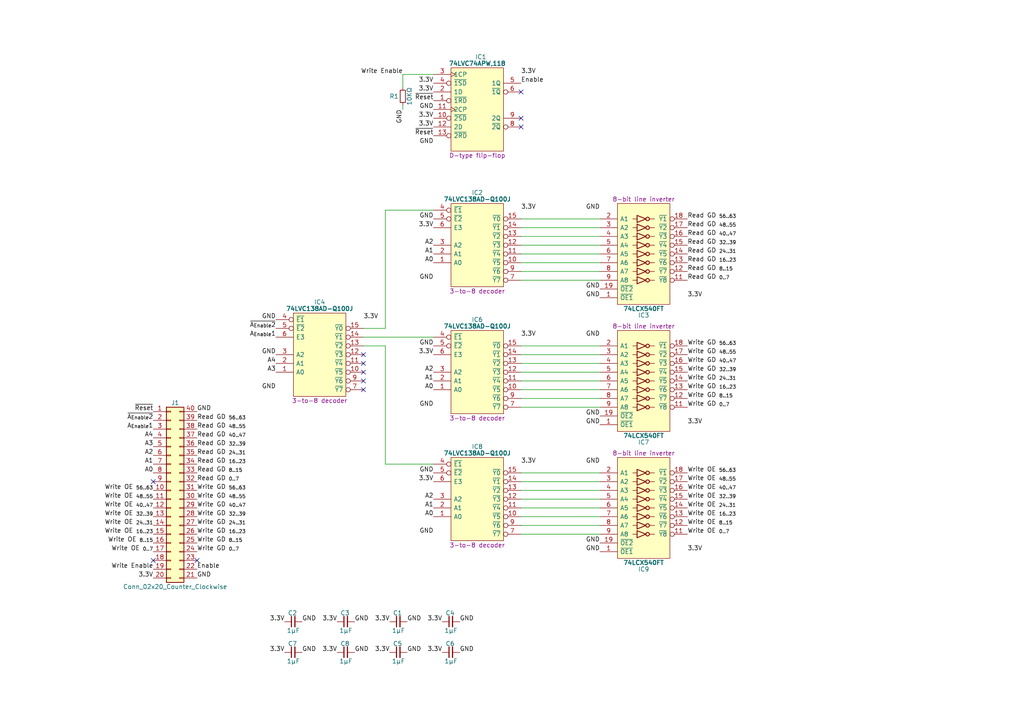
<source format=kicad_sch>
(kicad_sch (version 20231120) (generator "eeschema") (generator_version "8.0")
  (paper "A4")
  (lib_symbols
    (symbol "Connector_Generic:Conn_02x20_Counter_Clockwise" (pin_names (offset 1.016) hide)
      (property "Reference" "J" (at 1.27 25.4 0))
      (property "Value" "Conn_02x20_Counter_Clockwise" (at 1.27 -27.94 0))
      (symbol "Conn_02x20_Counter_Clockwise_1_1"
        (rectangle (start -1.27 -25.273) (end 0 -25.527) (stroke (width 0.1524)))
        (rectangle (start -1.27 -22.733) (end 0 -22.987) (stroke (width 0.1524)))
        (rectangle (start -1.27 -20.193) (end 0 -20.447) (stroke (width 0.1524)))
        (rectangle (start -1.27 -17.653) (end 0 -17.907) (stroke (width 0.1524)))
        (rectangle (start -1.27 -15.113) (end 0 -15.367) (stroke (width 0.1524)))
        (rectangle (start -1.27 -12.573) (end 0 -12.827) (stroke (width 0.1524)))
        (rectangle (start -1.27 -10.033) (end 0 -10.287) (stroke (width 0.1524)))
        (rectangle (start -1.27 -7.493) (end 0 -7.747) (stroke (width 0.1524)))
        (rectangle (start -1.27 -4.953) (end 0 -5.207) (stroke (width 0.1524)))
        (rectangle (start -1.27 -2.413) (end 0 -2.667) (stroke (width 0.1524)))
        (rectangle (start -1.27 0.127) (end 0 -0.127) (stroke (width 0.1524)))
        (rectangle (start -1.27 2.667) (end 0 2.413) (stroke (width 0.1524)))
        (rectangle (start -1.27 5.207) (end 0 4.953) (stroke (width 0.1524)))
        (rectangle (start -1.27 7.747) (end 0 7.493) (stroke (width 0.1524)))
        (rectangle (start -1.27 10.287) (end 0 10.033) (stroke (width 0.1524)))
        (rectangle (start -1.27 12.827) (end 0 12.573) (stroke (width 0.1524)))
        (rectangle (start -1.27 15.367) (end 0 15.113) (stroke (width 0.1524)))
        (rectangle (start -1.27 17.907) (end 0 17.653) (stroke (width 0.1524)))
        (rectangle (start -1.27 20.447) (end 0 20.193) (stroke (width 0.1524)))
        (rectangle (start -1.27 22.987) (end 0 22.733) (stroke (width 0.1524)))
        (rectangle (start -1.27 24.13) (end 3.81 -26.67) (stroke (width 0.254)) (fill (type background)))
        (rectangle (start 3.81 -25.273) (end 2.54 -25.527) (stroke (width 0.1524)))
        (rectangle (start 3.81 -22.733) (end 2.54 -22.987) (stroke (width 0.1524)))
        (rectangle (start 3.81 -20.193) (end 2.54 -20.447) (stroke (width 0.1524)))
        (rectangle (start 3.81 -17.653) (end 2.54 -17.907) (stroke (width 0.1524)))
        (rectangle (start 3.81 -15.113) (end 2.54 -15.367) (stroke (width 0.1524)))
        (rectangle (start 3.81 -12.573) (end 2.54 -12.827) (stroke (width 0.1524)))
        (rectangle (start 3.81 -10.033) (end 2.54 -10.287) (stroke (width 0.1524)))
        (rectangle (start 3.81 -7.493) (end 2.54 -7.747) (stroke (width 0.1524)))
        (rectangle (start 3.81 -4.953) (end 2.54 -5.207) (stroke (width 0.1524)))
        (rectangle (start 3.81 -2.413) (end 2.54 -2.667) (stroke (width 0.1524)))
        (rectangle (start 3.81 0.127) (end 2.54 -0.127) (stroke (width 0.1524)))
        (rectangle (start 3.81 2.667) (end 2.54 2.413) (stroke (width 0.1524)))
        (rectangle (start 3.81 5.207) (end 2.54 4.953) (stroke (width 0.1524)))
        (rectangle (start 3.81 7.747) (end 2.54 7.493) (stroke (width 0.1524)))
        (rectangle (start 3.81 10.287) (end 2.54 10.033) (stroke (width 0.1524)))
        (rectangle (start 3.81 12.827) (end 2.54 12.573) (stroke (width 0.1524)))
        (rectangle (start 3.81 15.367) (end 2.54 15.113) (stroke (width 0.1524)))
        (rectangle (start 3.81 17.907) (end 2.54 17.653) (stroke (width 0.1524)))
        (rectangle (start 3.81 20.447) (end 2.54 20.193) (stroke (width 0.1524)))
        (rectangle (start 3.81 22.987) (end 2.54 22.733) (stroke (width 0.1524)))
        (pin passive line (at -5.08 22.86 0) (length 3.81) (name "Pin_1") (number "1"))
        (pin passive line (at -5.08 0 0) (length 3.81) (name "Pin_10") (number "10"))
        (pin passive line (at -5.08 -2.54 0) (length 3.81) (name "Pin_11") (number "11"))
        (pin passive line (at -5.08 -5.08 0) (length 3.81) (name "Pin_12") (number "12"))
        (pin passive line (at -5.08 -7.62 0) (length 3.81) (name "Pin_13") (number "13"))
        (pin passive line (at -5.08 -10.16 0) (length 3.81) (name "Pin_14") (number "14"))
        (pin passive line (at -5.08 -12.7 0) (length 3.81) (name "Pin_15") (number "15"))
        (pin passive line (at -5.08 -15.24 0) (length 3.81) (name "Pin_16") (number "16"))
        (pin passive line (at -5.08 -17.78 0) (length 3.81) (name "Pin_17") (number "17"))
        (pin passive line (at -5.08 -20.32 0) (length 3.81) (name "Pin_18") (number "18"))
        (pin passive line (at -5.08 -22.86 0) (length 3.81) (name "Pin_19") (number "19"))
        (pin passive line (at -5.08 20.32 0) (length 3.81) (name "Pin_2") (number "2"))
        (pin passive line (at -5.08 -25.4 0) (length 3.81) (name "Pin_20") (number "20"))
        (pin passive line (at 7.62 -25.4 180) (length 3.81) (name "Pin_21") (number "21"))
        (pin passive line (at 7.62 -22.86 180) (length 3.81) (name "Pin_22") (number "22"))
        (pin passive line (at 7.62 -20.32 180) (length 3.81) (name "Pin_23") (number "23"))
        (pin passive line (at 7.62 -17.78 180) (length 3.81) (name "Pin_24") (number "24"))
        (pin passive line (at 7.62 -15.24 180) (length 3.81) (name "Pin_25") (number "25"))
        (pin passive line (at 7.62 -12.7 180) (length 3.81) (name "Pin_26") (number "26"))
        (pin passive line (at 7.62 -10.16 180) (length 3.81) (name "Pin_27") (number "27"))
        (pin passive line (at 7.62 -7.62 180) (length 3.81) (name "Pin_28") (number "28"))
        (pin passive line (at 7.62 -5.08 180) (length 3.81) (name "Pin_29") (number "29"))
        (pin passive line (at -5.08 17.78 0) (length 3.81) (name "Pin_3") (number "3"))
        (pin passive line (at 7.62 -2.54 180) (length 3.81) (name "Pin_30") (number "30"))
        (pin passive line (at 7.62 0 180) (length 3.81) (name "Pin_31") (number "31"))
        (pin passive line (at 7.62 2.54 180) (length 3.81) (name "Pin_32") (number "32"))
        (pin passive line (at 7.62 5.08 180) (length 3.81) (name "Pin_33") (number "33"))
        (pin passive line (at 7.62 7.62 180) (length 3.81) (name "Pin_34") (number "34"))
        (pin passive line (at 7.62 10.16 180) (length 3.81) (name "Pin_35") (number "35"))
        (pin passive line (at 7.62 12.7 180) (length 3.81) (name "Pin_36") (number "36"))
        (pin passive line (at 7.62 15.24 180) (length 3.81) (name "Pin_37") (number "37"))
        (pin passive line (at 7.62 17.78 180) (length 3.81) (name "Pin_38") (number "38"))
        (pin passive line (at 7.62 20.32 180) (length 3.81) (name "Pin_39") (number "39"))
        (pin passive line (at -5.08 15.24 0) (length 3.81) (name "Pin_4") (number "4"))
        (pin passive line (at 7.62 22.86 180) (length 3.81) (name "Pin_40") (number "40"))
        (pin passive line (at -5.08 12.7 0) (length 3.81) (name "Pin_5") (number "5"))
        (pin passive line (at -5.08 10.16 0) (length 3.81) (name "Pin_6") (number "6"))
        (pin passive line (at -5.08 7.62 0) (length 3.81) (name "Pin_7") (number "7"))
        (pin passive line (at -5.08 5.08 0) (length 3.81) (name "Pin_8") (number "8"))
        (pin passive line (at -5.08 2.54 0) (length 3.81) (name "Pin_9") (number "9"))
      )
    )
    (symbol "HCP65:C_0805" (pin_numbers hide) (pin_names (offset 0.254) hide)
      (property "Reference" "C" (at 2.286 2.54 0))
      (property "Value" "?μF" (at 2.54 -2.54 0))
      (symbol "C_0805_0_1"
        (polyline (pts (xy 1.9685 -1.4605) (xy 1.9685 1.5875)) (stroke (width 0.3048)))
        (polyline (pts (xy 2.9845 -1.4605) (xy 2.9845 1.5875)) (stroke (width 0.3302)))
      )
      (symbol "C_0805_1_1"
        (pin passive line (at 0 0 0) (length 2.032) (name "~") (number "1"))
        (pin passive line (at 5.08 0 180) (length 2.032) (name "~") (number "2"))
      )
    )
    (symbol "HCP65:R_0805" (pin_numbers hide) (pin_names hide)
      (property "Reference" "R" (at 2.54 1.778 0))
      (property "Value" "?Ω" (at 2.54 -1.905 0))
      (symbol "R_0805_0_1"
        (rectangle (start 0.762 0.762) (end 4.318 -0.762) (stroke (width 0.2032)))
      )
      (symbol "R_0805_1_1"
        (pin passive line (at 0 0 0) (length 0.72) (name "~") (number "1"))
        (pin passive line (at 5.08 0 180) (length 0.72) (name "~") (number "2"))
      )
    )
    (symbol "Nexperia:74LVC138AD-Q100J" (pin_names (offset 0.762))
      (property "Reference" "IC" (at 12.7 5.08 0))
      (property "Value" "74LVC138AD-Q100J" (at 12.7 3.175 0))
      (property "Description" "3-to-8 decoder" (at 12.7 -23.495 0))
      (symbol "74LVC138AD-Q100J_0_0"
        (pin input line (at 0 -15.24 0) (length 5.08) (name "A0") (number "1"))
        (pin output inverted (at 25.4 -15.24 180) (length 5.08) (name "~{Y5}") (number "10"))
        (pin output inverted (at 25.4 -12.7 180) (length 5.08) (name "~{Y4}") (number "11"))
        (pin output inverted (at 25.4 -10.16 180) (length 5.08) (name "~{Y3}") (number "12"))
        (pin output inverted (at 25.4 -7.62 180) (length 5.08) (name "~{Y2}") (number "13"))
        (pin output inverted (at 25.4 -5.08 180) (length 5.08) (name "~{Y1}") (number "14"))
        (pin output inverted (at 25.4 -2.54 180) (length 5.08) (name "~{Y0}") (number "15"))
        (pin passive line (at 25.4 0 180) (length 5.08) hide (name "3V") (number "16"))
        (pin input line (at 0 -12.7 0) (length 5.08) (name "A1") (number "2"))
        (pin input line (at 0 -10.16 0) (length 5.08) (name "A2") (number "3"))
        (pin input inverted (at 0 0 0) (length 5.08) (name "~{E1}") (number "4"))
        (pin input inverted (at 0 -2.54 0) (length 5.08) (name "~{E2}") (number "5"))
        (pin input line (at 0 -5.08 0) (length 5.08) (name "E3") (number "6"))
        (pin output inverted (at 25.4 -20.32 180) (length 5.08) (name "~{Y7}") (number "7"))
        (pin passive line (at 0 -20.32 0) (length 5.08) hide (name "GND") (number "8"))
        (pin output inverted (at 25.4 -17.78 180) (length 5.08) (name "~{Y6}") (number "9"))
      )
      (symbol "74LVC138AD-Q100J_0_1"
        (polyline (pts (xy 5.08 1.905) (xy 20.32 1.905) (xy 20.32 -22.225) (xy 5.08 -22.225) (xy 5.08 1.905)) (stroke (width 0.1524)) (fill (type background)))
      )
    )
    (symbol "Nexperia:74LVC74APW,118" (pin_names (offset 0.762))
      (property "Reference" "IC" (at 12.065 5.08 0))
      (property "Value" "74LVC74APW,118" (at 12.7 3.175 0))
      (property "Description" "D-type flip-flop" (at 12.7 -23.495 0))
      (symbol "74LVC74APW,118_0_0"
        (pin input inverted (at 0 -7.62 0) (length 5.08) (name "~{1RD}") (number "1"))
        (pin input inverted (at 0 -12.7 0) (length 5.08) (name "~{2SD}") (number "10"))
        (pin input clock (at 0 -10.16 0) (length 5.08) (name "2CP") (number "11"))
        (pin input line (at 0 -15.24 0) (length 5.08) (name "2D") (number "12"))
        (pin input inverted (at 0 -17.78 0) (length 5.08) (name "~{2RD}") (number "13"))
        (pin passive line (at 25.4 0 180) (length 5.08) hide (name "3V") (number "14"))
        (pin input line (at 0 -5.08 0) (length 5.08) (name "1D") (number "2"))
        (pin input clock (at 0 0 0) (length 5.08) (name "1CP") (number "3"))
        (pin input inverted (at 0 -2.54 0) (length 5.08) (name "~{1SD}") (number "4"))
        (pin output line (at 25.4 -2.54 180) (length 5.08) (name "1Q") (number "5"))
        (pin output inverted (at 25.4 -5.08 180) (length 5.08) (name "~{1Q}") (number "6"))
        (pin passive line (at 0 -20.32 0) (length 5.08) hide (name "GND") (number "7"))
        (pin output inverted (at 25.4 -15.24 180) (length 5.08) (name "~{2Q}") (number "8"))
        (pin output line (at 25.4 -12.7 180) (length 5.08) (name "2Q") (number "9"))
      )
      (symbol "74LVC74APW,118_0_1"
        (polyline (pts (xy 5.08 1.905) (xy 20.32 1.905) (xy 20.32 -22.225) (xy 5.08 -22.225) (xy 5.08 1.905)) (stroke (width 0.1524)) (fill (type background)))
      )
    )
    (symbol "Toshiba:74LCX540FT" (pin_names (offset 0.762))
      (property "Reference" "IC" (at 12.7 5.08 0))
      (property "Value" "74LCX540FT" (at 12.7 3.175 0))
      (property "Description" "8-bit line inverter" (at 12.7 -28.575 0))
      (symbol "74LCX540FT_0_0"
        (pin input line (at 0 0 0) (length 5.08) (name "~{OE1}") (number "1"))
        (pin passive line (at 0 -25.4 0) (length 5.08) hide (name "GND") (number "10"))
        (pin output inverted (at 25.4 -5.08 180) (length 5.08) (name "~{Y8}") (number "11"))
        (pin output inverted (at 25.4 -7.62 180) (length 5.08) (name "~{Y7}") (number "12"))
        (pin output inverted (at 25.4 -10.16 180) (length 5.08) (name "~{Y6}") (number "13"))
        (pin output inverted (at 25.4 -12.7 180) (length 5.08) (name "~{Y5}") (number "14"))
        (pin output inverted (at 25.4 -15.24 180) (length 5.08) (name "~{Y4}") (number "15"))
        (pin output inverted (at 25.4 -17.78 180) (length 5.08) (name "~{Y3}") (number "16"))
        (pin output inverted (at 25.4 -20.32 180) (length 5.08) (name "~{Y2}") (number "17"))
        (pin output inverted (at 25.4 -22.86 180) (length 5.08) (name "~{Y1}") (number "18"))
        (pin input line (at 0 -2.54 0) (length 5.08) (name "~{OE2}") (number "19"))
        (pin input line (at 0 -22.86 0) (length 5.08) (name "A1") (number "2"))
        (pin passive line (at 25.4 0 180) (length 5.08) hide (name "3V") (number "20"))
        (pin input line (at 0 -20.32 0) (length 5.08) (name "A2") (number "3"))
        (pin input line (at 0 -17.78 0) (length 5.08) (name "A3") (number "4"))
        (pin input line (at 0 -15.24 0) (length 5.08) (name "A4") (number "5"))
        (pin input line (at 0 -12.7 0) (length 5.08) (name "A5") (number "6"))
        (pin input line (at 0 -10.16 0) (length 5.08) (name "A6") (number "7"))
        (pin input line (at 0 -7.62 0) (length 5.08) (name "A7") (number "8"))
        (pin input line (at 0 -5.08 0) (length 5.08) (name "A8") (number "9"))
      )
      (symbol "74LCX540FT_0_1"
        (polyline (pts (xy 9.525 -22.86) (xy 10.7949 -22.86)))
        (polyline (pts (xy 9.525 -20.32) (xy 10.7949 -20.32)))
        (polyline (pts (xy 9.525 -17.78) (xy 10.7949 -17.78)))
        (polyline (pts (xy 9.525 -15.24) (xy 10.7949 -15.24)))
        (polyline (pts (xy 9.525 -12.7) (xy 10.7949 -12.7)))
        (polyline (pts (xy 9.525 -10.16) (xy 10.7949 -10.16)))
        (polyline (pts (xy 9.525 -7.62) (xy 10.7949 -7.62)))
        (polyline (pts (xy 9.525 -5.08) (xy 10.7949 -5.08)))
        (polyline (pts (xy 14.351 -22.86) (xy 15.875 -22.86)))
        (polyline (pts (xy 14.351 -20.32) (xy 15.875 -20.32)))
        (polyline (pts (xy 14.351 -17.78) (xy 15.875 -17.78)))
        (polyline (pts (xy 14.351 -15.24) (xy 15.875 -15.24)))
        (polyline (pts (xy 14.351 -12.7) (xy 15.875 -12.7)))
        (polyline (pts (xy 14.351 -10.16) (xy 15.875 -10.16)))
        (polyline (pts (xy 14.351 -7.62) (xy 15.875 -7.62)))
        (polyline (pts (xy 14.351 -5.08) (xy 15.875 -5.08)))
        (polyline (pts (xy 10.795 -23.876) (xy 13.335 -22.86) (xy 10.795 -21.844)) (stroke (width 0.254)))
        (polyline (pts (xy 10.795 -21.336) (xy 13.335 -20.32) (xy 10.795 -19.304)) (stroke (width 0.254)))
        (polyline (pts (xy 10.795 -18.796) (xy 13.335 -17.78) (xy 10.795 -16.764)) (stroke (width 0.254)))
        (polyline (pts (xy 10.795 -16.256) (xy 13.335 -15.24) (xy 10.795 -14.224)) (stroke (width 0.254)))
        (polyline (pts (xy 10.795 -13.716) (xy 13.335 -12.7) (xy 10.795 -11.684)) (stroke (width 0.254)))
        (polyline (pts (xy 10.795 -11.176) (xy 13.335 -10.16) (xy 10.795 -9.144)) (stroke (width 0.254)))
        (polyline (pts (xy 10.795 -8.636) (xy 13.335 -7.62) (xy 10.795 -6.604)) (stroke (width 0.254)))
        (polyline (pts (xy 10.795 -6.096) (xy 13.335 -5.08) (xy 10.795 -4.064)) (stroke (width 0.254)))
        (polyline (pts (xy 5.08 1.905) (xy 20.32 1.905) (xy 20.32 -27.305) (xy 5.08 -27.305) (xy 5.08 1.905)) (stroke (width 0.1524)) (fill (type background)))
        (rectangle (start 10.795 -21.844) (end 10.795 -23.876) (stroke (width 0.254)) (fill (type background)))
        (rectangle (start 10.795 -19.304) (end 10.795 -21.336) (stroke (width 0.254)) (fill (type background)))
        (rectangle (start 10.795 -16.764) (end 10.795 -18.796) (stroke (width 0.254)) (fill (type background)))
        (rectangle (start 10.795 -14.224) (end 10.795 -16.256) (stroke (width 0.254)) (fill (type background)))
        (rectangle (start 10.795 -11.684) (end 10.795 -13.716) (stroke (width 0.254)) (fill (type background)))
        (rectangle (start 10.795 -9.144) (end 10.795 -11.176) (stroke (width 0.254)) (fill (type background)))
        (rectangle (start 10.795 -6.604) (end 10.795 -8.636) (stroke (width 0.254)) (fill (type background)))
        (rectangle (start 10.795 -4.064) (end 10.795 -6.096) (stroke (width 0.254)) (fill (type background)))
        (circle (center 13.843 -22.86) (radius 0.508) (stroke (width 0.254)))
        (circle (center 13.843 -20.32) (radius 0.508) (stroke (width 0.254)))
        (circle (center 13.843 -17.78) (radius 0.508) (stroke (width 0.254)))
        (circle (center 13.843 -15.24) (radius 0.508) (stroke (width 0.254)))
        (circle (center 13.843 -12.7) (radius 0.508) (stroke (width 0.254)))
        (circle (center 13.843 -10.16) (radius 0.508) (stroke (width 0.254)))
        (circle (center 13.843 -7.62) (radius 0.508) (stroke (width 0.254)))
        (circle (center 13.843 -5.08) (radius 0.508) (stroke (width 0.254)))
      )
    )
  )
  (no_connect (at 151.13 26.67))
  (no_connect (at 105.41 105.41))
  (no_connect (at 105.41 107.95))
  (no_connect (at 105.41 102.87))
  (no_connect (at 44.45 139.7))
  (no_connect (at 57.15 162.56))
  (no_connect (at 151.13 34.29))
  (no_connect (at 44.45 162.56))
  (no_connect (at 105.41 113.03))
  (no_connect (at 151.13 36.83))
  (no_connect (at 105.41 110.49))
  (wire (pts (xy 151.13 68.58) (xy 173.99 68.58)))
  (wire (pts (xy 111.76 60.96) (xy 111.76 95.25)))
  (wire (pts (xy 151.13 81.28) (xy 173.99 81.28)))
  (wire (pts (xy 151.13 147.32) (xy 173.99 147.32)))
  (wire (pts (xy 151.13 105.41) (xy 173.99 105.41)))
  (wire (pts (xy 151.13 139.7) (xy 173.99 139.7)))
  (wire (pts (xy 151.13 115.57) (xy 173.99 115.57)))
  (wire (pts (xy 105.41 97.79) (xy 125.73 97.79)))
  (wire (pts (xy 151.13 66.04) (xy 173.99 66.04)))
  (wire (pts (xy 116.84 21.59) (xy 125.73 21.59)))
  (wire (pts (xy 151.13 137.16) (xy 173.99 137.16)))
  (wire (pts (xy 116.84 31.75) (xy 116.84 30.48)))
  (wire (pts (xy 151.13 149.86) (xy 173.99 149.86)))
  (wire (pts (xy 125.73 60.96) (xy 111.76 60.96)))
  (wire (pts (xy 125.73 134.62) (xy 111.76 134.62)))
  (wire (pts (xy 151.13 118.11) (xy 173.99 118.11)))
  (wire (pts (xy 151.13 144.78) (xy 173.99 144.78)))
  (wire (pts (xy 151.13 100.33) (xy 173.99 100.33)))
  (wire (pts (xy 151.13 76.2) (xy 173.99 76.2)))
  (wire (pts (xy 151.13 107.95) (xy 173.99 107.95)))
  (wire (pts (xy 111.76 134.62) (xy 111.76 100.33)))
  (wire (pts (xy 151.13 142.24) (xy 173.99 142.24)))
  (wire (pts (xy 151.13 78.74) (xy 173.99 78.74)))
  (wire (pts (xy 151.13 71.12) (xy 173.99 71.12)))
  (wire (pts (xy 151.13 102.87) (xy 173.99 102.87)))
  (wire (pts (xy 151.13 73.66) (xy 173.99 73.66)))
  (wire (pts (xy 151.13 63.5) (xy 173.99 63.5)))
  (wire (pts (xy 111.76 100.33) (xy 105.41 100.33)))
  (wire (pts (xy 111.76 95.25) (xy 105.41 95.25)))
  (wire (pts (xy 151.13 152.4) (xy 173.99 152.4)))
  (wire (pts (xy 151.13 110.49) (xy 173.99 110.49)))
  (wire (pts (xy 151.13 113.03) (xy 173.99 113.03)))
  (wire (pts (xy 151.13 154.94) (xy 173.99 154.94)))
  (wire (pts (xy 116.84 21.59) (xy 116.84 25.4)))
  (label "Write GD _{16..23}" (at 57.15 154.94 0))
  (label "3.3V" (at 151.13 60.96 0))
  (label "3.3V" (at 125.73 26.67 180))
  (label "Write OE _{0..7}" (at 199.39 154.94 0))
  (label "GND" (at 102.87 180.34 0))
  (label "GND" (at 133.35 180.34 0))
  (label "GND" (at 116.84 31.75 270))
  (label "Read GD _{16..23}" (at 57.15 134.62 0))
  (label "GND" (at 118.11 180.34 0))
  (label "3.3V" (at 97.79 189.23 180))
  (label "Write GD _{0..7}" (at 57.15 160.02 0))
  (label "~{A_{Enable}2}" (at 80.01 95.25 180))
  (label "A_{Enable}1" (at 80.01 97.79 180))
  (label "3.3V" (at 125.73 24.13 180))
  (label "Write OE _{0..7}" (at 44.45 160.02 180))
  (label "A1" (at 125.73 147.32 180))
  (label "~{Reset}" (at 125.73 29.21 180))
  (label "Write OE _{32..39}" (at 199.39 144.78 0))
  (label "GND" (at 80.01 102.87 180))
  (label "3.3V" (at 199.39 160.02 0))
  (label "3.3V" (at 105.41 92.71 0))
  (label "3.3V" (at 151.13 21.59 0))
  (label "Write OE _{56..63}" (at 44.45 142.24 180))
  (label "GND" (at 173.99 120.65 180))
  (label "3.3V" (at 44.45 167.64 180))
  (label "Write Enable" (at 44.45 165.1 180))
  (label "A1" (at 125.73 110.49 180))
  (label "Write GD _{16..23}" (at 199.39 113.03 0))
  (label "Read GD _{24..31}" (at 57.15 132.08 0))
  (label "3.3V" (at 199.39 86.36 0))
  (label "GND" (at 125.73 63.5 180))
  (label "A1" (at 125.73 73.66 180))
  (label "~{Reset}" (at 125.73 39.37 180))
  (label "GND" (at 173.99 83.82 180))
  (label "Read GD _{40..47}" (at 199.39 68.58 0))
  (label "GND" (at 57.15 167.64 0))
  (label "3.3V" (at 128.27 180.34 180))
  (label "3.3V" (at 125.73 102.87 180))
  (label "3.3V" (at 113.03 180.34 180))
  (label "3.3V" (at 128.27 189.23 180))
  (label "Write OE _{48..55}" (at 44.45 144.78 180))
  (label "Enable" (at 151.13 24.13 0))
  (label "Write GD _{40..47}" (at 57.15 147.32 0))
  (label "GND" (at 125.73 100.33 180))
  (label "GND" (at 102.87 189.23 0))
  (label "GND" (at 125.73 137.16 180))
  (label "Write GD _{32..39}" (at 57.15 149.86 0))
  (label "Write OE _{32..39}" (at 44.45 149.86 180))
  (label "Write OE _{16..23}" (at 44.45 154.94 180))
  (label "Read GD _{24..31}" (at 199.39 73.66 0))
  (label "GND" (at 173.99 160.02 180))
  (label "Enable" (at 57.15 165.1 0))
  (label "Read GD _{32..39}" (at 57.15 129.54 0))
  (label "Write GD _{24..31}" (at 57.15 152.4 0))
  (label "GND" (at 80.01 113.03 180))
  (label "GND" (at 133.35 189.23 0))
  (label "Write GD _{40..47}" (at 199.39 105.41 0))
  (label "Write GD _{56..63}" (at 57.15 142.24 0))
  (label "Write GD _{24..31}" (at 199.39 110.49 0))
  (label "A_{Enable}1" (at 44.45 124.46 180))
  (label "Read GD _{16..23}" (at 199.39 76.2 0))
  (label "Write GD _{0..7}" (at 199.39 118.11 0))
  (label "Read GD _{56..63}" (at 57.15 121.92 0))
  (label "3.3V" (at 82.55 180.34 180))
  (label "GND" (at 173.99 123.19 180))
  (label "Write Enable" (at 116.84 21.59 180))
  (label "~{Reset}" (at 44.45 119.38 180))
  (label "Write GD _{56..63}" (at 199.39 100.33 0))
  (label "A0" (at 125.73 76.2 180))
  (label "GND" (at 173.99 60.96 180))
  (label "Write GD _{48..55}" (at 57.15 144.78 0))
  (label "3.3V" (at 113.03 189.23 180))
  (label "Write GD _{32..39}" (at 199.39 107.95 0))
  (label "GND" (at 87.63 180.34 0))
  (label "Read GD _{56..63}" (at 199.39 63.5 0))
  (label "A4" (at 44.45 127 180))
  (label "A4" (at 80.01 105.41 180))
  (label "Write OE _{8..15}" (at 44.45 157.48 180))
  (label "Read GD _{8..15}" (at 199.39 78.74 0))
  (label "3.3V" (at 125.73 34.29 180))
  (label "3.3V" (at 125.73 36.83 180))
  (label "Write OE _{8..15}" (at 199.39 152.4 0))
  (label "GND" (at 125.73 41.91 180))
  (label "A3" (at 80.01 107.95 180))
  (label "3.3V" (at 199.39 123.19 0))
  (label "Read GD _{0..7}" (at 57.15 139.7 0))
  (label "Write OE _{16..23}" (at 199.39 149.86 0))
  (label "Write GD _{48..55}" (at 199.39 102.87 0))
  (label "Read GD _{48..55}" (at 199.39 66.04 0))
  (label "GND" (at 173.99 86.36 180))
  (label "A1" (at 44.45 134.62 180))
  (label "GND" (at 125.73 31.75 180))
  (label "Write OE _{40..47}" (at 199.39 142.24 0))
  (label "GND" (at 173.99 134.62 180))
  (label "Write OE _{56..63}" (at 199.39 137.16 0))
  (label "Read GD _{8..15}" (at 57.15 137.16 0))
  (label "A0" (at 125.73 149.86 180))
  (label "A0" (at 125.73 113.03 180))
  (label "3.3V" (at 97.79 180.34 180))
  (label "Read GD _{40..47}" (at 57.15 127 0))
  (label "3.3V" (at 82.55 189.23 180))
  (label "A3" (at 44.45 129.54 180))
  (label "~{A_{Enable}2}" (at 44.45 121.92 180))
  (label "Write OE _{40..47}" (at 44.45 147.32 180))
  (label "GND" (at 80.01 92.71 180))
  (label "GND" (at 87.63 189.23 0))
  (label "3.3V" (at 125.73 66.04 180))
  (label "A0" (at 44.45 137.16 180))
  (label "GND" (at 118.11 189.23 0))
  (label "A2" (at 125.73 107.95 180))
  (label "A2" (at 125.73 71.12 180))
  (label "GND" (at 125.73 81.28 180))
  (label "Write OE _{24..31}" (at 199.39 147.32 0))
  (label "Read GD _{48..55}" (at 57.15 124.46 0))
  (label "A2" (at 125.73 144.78 180))
  (label "3.3V" (at 151.13 97.79 0))
  (label "A2" (at 44.45 132.08 180))
  (label "Write OE _{48..55}" (at 199.39 139.7 0))
  (label "Read GD _{0..7}" (at 199.39 81.28 0))
  (label "Read GD _{32..39}" (at 199.39 71.12 0))
  (label "GND" (at 57.15 119.38 0))
  (label "GND" (at 125.73 118.11 180))
  (label "3.3V" (at 125.73 139.7 180))
  (label "GND" (at 173.99 157.48 180))
  (label "GND" (at 125.73 154.94 180))
  (label "Write GD _{8..15}" (at 57.15 157.48 0))
  (label "GND" (at 173.99 97.79 180))
  (label "Write GD _{8..15}" (at 199.39 115.57 0))
  (label "3.3V" (at 151.13 134.62 0))
  (label "Write OE _{24..31}" (at 44.45 152.4 180))
  (symbol (lib_id "Nexperia:74LVC138AD-Q100J") (at 125.73 134.62 0) (unit 1)
    (property "Reference" "IC8" (at 138.43 129.54 0))
    (property "Value" "74LVC138AD-Q100J" (at 138.43 131.445 0) (effects (font (bold yes))))
    (property "Footprint" "SamacSys_Parts:SOIC127P600X175-16N" (effects (hide yes)))
    (property "Datasheet" "https://assets.nexperia.com/documents/data-sheet/74LVC138A_Q100.pdf" (effects (hide yes)))
    (property "Description" "3-to-8 decoder" (at 138.43 158.115 0))
    (property "Height" "1.75" (effects (hide yes)))
    (property "Mouser Part Number" "771-74LVC138ADQ100J" (effects (hide yes)))
    (property "Mouser Price/Stock" "https://www.mouser.co.uk/ProductDetail/Nexperia/74LVC138AD-Q100J?qs=fi7yB2oewZlqIVf8HNGjZw%3D%3D" (effects (hide yes)))
    (property "Manufacturer_Name" "Nexperia" (effects (hide yes)))
    (property "Manufacturer_Part_Number" "74LVC138AD-Q100J" (effects (hide yes)))
    (property "Silkscreen" "74LVC138" (effects (hide yes)))
  )
  (symbol (lib_id "Nexperia:74LVC74APW,118") (at 125.73 21.59 0) (unit 1)
    (property "Reference" "IC1" (at 137.795 16.51 0) (effects (justify left)))
    (property "Value" "74LVC74APW,118" (at 138.43 18.415 0) (effects (font (bold yes))))
    (property "Footprint" "SamacSys_Parts:SOP65P640X110-14N" (effects (hide yes)))
    (property "Datasheet" "https://assets.nexperia.com/documents/data-sheet/74LVC74A.pdf" (effects (hide yes)))
    (property "Description" "D-type flip-flop" (at 138.43 45.085 0))
    (property "Height" "1.1" (effects (hide yes)))
    (property "Mouser Part Number" "771-74LVC74APW-T" (effects (hide yes)))
    (property "Mouser Price/Stock" "https://www.mouser.co.uk/ProductDetail/Nexperia/74LVC74APW118?qs=me8TqzrmIYVtXwVfet0lzw%3D%3D" (effects (hide yes)))
    (property "Manufacturer_Name" "Nexperia" (effects (hide yes)))
    (property "Manufacturer_Part_Number" "74LVC74APW,118" (effects (hide yes)))
    (property "Silkscreen" "74LVC74" (effects (hide yes)))
    (property "Garbage" "74LVC74A - Dual D-type flip-flop with set and reset; positive-edge trigger@en-us" (effects (hide yes)))
  )
  (symbol (lib_id "Toshiba:74LCX540FT") (at 173.99 123.19 0) (mirror x) (unit 1)
    (property "Reference" "IC7" (at 186.69 128.27 0))
    (property "Value" "74LCX540FT" (at 186.69 126.365 0) (effects (font (bold yes))))
    (property "Footprint" "SamacSys_Parts:SOP65P640X120-20N" (effects (hide yes)))
    (property "Datasheet" "https://www.mouser.co.za/datasheet/2/408/74LCX540FT_datasheet_en_20140624-2936694.pdf" (effects (hide yes)))
    (property "Description" "8-bit line inverter" (at 186.69 94.615 0))
    (property "Height" "1.2" (effects (hide yes)))
    (property "Manufacturer_Name" "Toshiba" (effects (hide yes)))
    (property "Manufacturer_Part_Number" "74LCX540FT" (effects (hide yes)))
    (property "Mouser Part Number" "757-74LCX540FT" (effects (hide yes)))
    (property "Mouser Price/Stock" "https://www.mouser.co.uk/ProductDetail/Toshiba/74LCX540FT?qs=j%252B1pi9TdxUZ5WRQP9dEtMg%3D%3D" (effects (hide yes)))
    (property "Arrow Part Number" "74LCX540FT" (effects (hide yes)))
    (property "Arrow Price/Stock" "https://www.arrow.com/en/products/74lcx540ft/toshiba" (effects (hide yes)))
    (property "Silkscreen" "74LCX540" (effects (hide yes)))
    (property "Garbage" "Buffers & Line Drivers LCX TSSOP 20 CMOS LOGIC" (effects (hide yes)))
  )
  (symbol (lib_id "HCP65:C_0805") (at 128.27 180.34 0) (unit 1)
    (property "Reference" "C4" (at 130.556 177.8 0))
    (property "Value" "1μF" (at 130.81 182.88 0))
    (property "Footprint" "SamacSys_Parts:C_0805" (effects (hide yes)))
  )
  (symbol (lib_id "Nexperia:74LVC138AD-Q100J") (at 125.73 97.79 0) (unit 1)
    (property "Reference" "IC6" (at 138.43 92.71 0))
    (property "Value" "74LVC138AD-Q100J" (at 138.43 94.615 0) (effects (font (bold yes))))
    (property "Footprint" "SamacSys_Parts:SOIC127P600X175-16N" (effects (hide yes)))
    (property "Datasheet" "https://assets.nexperia.com/documents/data-sheet/74LVC138A_Q100.pdf" (effects (hide yes)))
    (property "Description" "3-to-8 decoder" (at 138.43 121.285 0))
    (property "Height" "1.75" (effects (hide yes)))
    (property "Mouser Part Number" "771-74LVC138ADQ100J" (effects (hide yes)))
    (property "Mouser Price/Stock" "https://www.mouser.co.uk/ProductDetail/Nexperia/74LVC138AD-Q100J?qs=fi7yB2oewZlqIVf8HNGjZw%3D%3D" (effects (hide yes)))
    (property "Manufacturer_Name" "Nexperia" (effects (hide yes)))
    (property "Manufacturer_Part_Number" "74LVC138AD-Q100J" (effects (hide yes)))
    (property "Silkscreen" "74LVC138" (effects (hide yes)))
  )
  (symbol (lib_id "HCP65:C_0805") (at 113.03 189.23 0) (unit 1)
    (property "Reference" "C5" (at 115.316 186.69 0))
    (property "Value" "1μF" (at 115.57 191.77 0))
    (property "Footprint" "SamacSys_Parts:C_0805" (effects (hide yes)))
  )
  (symbol (lib_id "HCP65:C_0805") (at 97.79 180.34 0) (unit 1)
    (property "Reference" "C3" (at 100.076 177.8 0))
    (property "Value" "1μF" (at 100.33 182.88 0))
    (property "Footprint" "SamacSys_Parts:C_0805" (effects (hide yes)))
  )
  (symbol (lib_id "HCP65:C_0805") (at 128.27 189.23 0) (unit 1)
    (property "Reference" "C6" (at 130.556 186.69 0))
    (property "Value" "1μF" (at 130.81 191.77 0))
    (property "Footprint" "SamacSys_Parts:C_0805" (effects (hide yes)))
  )
  (symbol (lib_id "HCP65:R_0805") (at 116.84 30.48 90) (unit 1)
    (property "Reference" "R1" (at 114.3 27.94 90))
    (property "Value" "10KΩ" (at 118.745 27.94 0))
    (property "Footprint" "SamacSys_Parts:R_0805" (effects (hide yes)))
  )
  (symbol (lib_id "HCP65:C_0805") (at 82.55 180.34 0) (unit 1)
    (property "Reference" "C2" (at 84.836 177.8 0))
    (property "Value" "1μF" (at 85.09 182.88 0))
    (property "Footprint" "SamacSys_Parts:C_0805" (effects (hide yes)))
  )
  (symbol (lib_id "Nexperia:74LVC138AD-Q100J") (at 80.01 92.71 0) (unit 1)
    (property "Reference" "IC4" (at 92.71 87.63 0))
    (property "Value" "74LVC138AD-Q100J" (at 92.71 89.535 0) (effects (font (bold yes))))
    (property "Footprint" "SamacSys_Parts:SOIC127P600X175-16N" (effects (hide yes)))
    (property "Datasheet" "https://assets.nexperia.com/documents/data-sheet/74LVC138A_Q100.pdf" (effects (hide yes)))
    (property "Description" "3-to-8 decoder" (at 92.71 116.205 0))
    (property "Height" "1.75" (effects (hide yes)))
    (property "Mouser Part Number" "771-74LVC138ADQ100J" (effects (hide yes)))
    (property "Mouser Price/Stock" "https://www.mouser.co.uk/ProductDetail/Nexperia/74LVC138AD-Q100J?qs=fi7yB2oewZlqIVf8HNGjZw%3D%3D" (effects (hide yes)))
    (property "Manufacturer_Name" "Nexperia" (effects (hide yes)))
    (property "Manufacturer_Part_Number" "74LVC138AD-Q100J" (effects (hide yes)))
    (property "Silkscreen" "74LVC138" (effects (hide yes)))
  )
  (symbol (lib_id "Toshiba:74LCX540FT") (at 173.99 160.02 0) (mirror x) (unit 1)
    (property "Reference" "IC9" (at 186.69 165.1 0))
    (property "Value" "74LCX540FT" (at 186.69 163.195 0) (effects (font (bold yes))))
    (property "Footprint" "SamacSys_Parts:SOP65P640X120-20N" (effects (hide yes)))
    (property "Datasheet" "https://www.mouser.co.za/datasheet/2/408/74LCX540FT_datasheet_en_20140624-2936694.pdf" (effects (hide yes)))
    (property "Description" "8-bit line inverter" (at 186.69 131.445 0))
    (property "Height" "1.2" (effects (hide yes)))
    (property "Manufacturer_Name" "Toshiba" (effects (hide yes)))
    (property "Manufacturer_Part_Number" "74LCX540FT" (effects (hide yes)))
    (property "Mouser Part Number" "757-74LCX540FT" (effects (hide yes)))
    (property "Mouser Price/Stock" "https://www.mouser.co.uk/ProductDetail/Toshiba/74LCX540FT?qs=j%252B1pi9TdxUZ5WRQP9dEtMg%3D%3D" (effects (hide yes)))
    (property "Arrow Part Number" "74LCX540FT" (effects (hide yes)))
    (property "Arrow Price/Stock" "https://www.arrow.com/en/products/74lcx540ft/toshiba" (effects (hide yes)))
    (property "Silkscreen" "74LCX540" (effects (hide yes)))
    (property "Garbage" "Buffers & Line Drivers LCX TSSOP 20 CMOS LOGIC" (effects (hide yes)))
  )
  (symbol (lib_id "Connector_Generic:Conn_02x20_Counter_Clockwise") (at 49.53 142.24 0) (unit 1)
    (property "Reference" "J1" (at 50.8 116.84 0))
    (property "Value" "Conn_02x20_Counter_Clockwise" (at 50.8 170.18 0))
    (property "Footprint" "SamacSys_Parts:DIP-40_Board_W22.86mm" (effects (hide yes)))
    (property "Description" "Generic connector, double row, 02x20, counter clockwise pin numbering scheme (similar to DIP package numbering), script generated (kicad-library-utils/schlib/autogen/connector/)" (effects (hide yes)))
  )
  (symbol (lib_id "HCP65:C_0805") (at 113.03 180.34 0) (unit 1)
    (property "Reference" "C1" (at 115.316 177.8 0))
    (property "Value" "1μF" (at 115.57 182.88 0))
    (property "Footprint" "SamacSys_Parts:C_0805" (effects (hide yes)))
  )
  (symbol (lib_id "HCP65:C_0805") (at 97.79 189.23 0) (unit 1)
    (property "Reference" "C8" (at 100.076 186.69 0))
    (property "Value" "1μF" (at 100.33 191.77 0))
    (property "Footprint" "SamacSys_Parts:C_0805" (effects (hide yes)))
  )
  (symbol (lib_id "HCP65:C_0805") (at 82.55 189.23 0) (unit 1)
    (property "Reference" "C7" (at 84.836 186.69 0))
    (property "Value" "1μF" (at 85.09 191.77 0))
    (property "Footprint" "SamacSys_Parts:C_0805" (effects (hide yes)))
  )
  (symbol (lib_id "Nexperia:74LVC138AD-Q100J") (at 125.73 60.96 0) (unit 1)
    (property "Reference" "IC2" (at 138.43 55.88 0))
    (property "Value" "74LVC138AD-Q100J" (at 138.43 57.785 0) (effects (font (bold yes))))
    (property "Footprint" "SamacSys_Parts:SOIC127P600X175-16N" (effects (hide yes)))
    (property "Datasheet" "https://assets.nexperia.com/documents/data-sheet/74LVC138A_Q100.pdf" (effects (hide yes)))
    (property "Description" "3-to-8 decoder" (at 138.43 84.455 0))
    (property "Height" "1.75" (effects (hide yes)))
    (property "Mouser Part Number" "771-74LVC138ADQ100J" (effects (hide yes)))
    (property "Mouser Price/Stock" "https://www.mouser.co.uk/ProductDetail/Nexperia/74LVC138AD-Q100J?qs=fi7yB2oewZlqIVf8HNGjZw%3D%3D" (effects (hide yes)))
    (property "Manufacturer_Name" "Nexperia" (effects (hide yes)))
    (property "Manufacturer_Part_Number" "74LVC138AD-Q100J" (effects (hide yes)))
    (property "Silkscreen" "74LVC138" (effects (hide yes)))
  )
  (symbol (lib_id "Toshiba:74LCX540FT") (at 173.99 86.36 0) (mirror x) (unit 1)
    (property "Reference" "IC3" (at 186.69 91.44 0))
    (property "Value" "74LCX540FT" (at 186.69 89.535 0) (effects (font (bold yes))))
    (property "Footprint" "SamacSys_Parts:SOP65P640X120-20N" (effects (hide yes)))
    (property "Datasheet" "https://www.mouser.co.za/datasheet/2/408/74LCX540FT_datasheet_en_20140624-2936694.pdf" (effects (hide yes)))
    (property "Description" "8-bit line inverter" (at 186.69 57.785 0))
    (property "Height" "1.2" (effects (hide yes)))
    (property "Manufacturer_Name" "Toshiba" (effects (hide yes)))
    (property "Manufacturer_Part_Number" "74LCX540FT" (effects (hide yes)))
    (property "Mouser Part Number" "757-74LCX540FT" (effects (hide yes)))
    (property "Mouser Price/Stock" "https://www.mouser.co.uk/ProductDetail/Toshiba/74LCX540FT?qs=j%252B1pi9TdxUZ5WRQP9dEtMg%3D%3D" (effects (hide yes)))
    (property "Arrow Part Number" "74LCX540FT" (effects (hide yes)))
    (property "Arrow Price/Stock" "https://www.arrow.com/en/products/74lcx540ft/toshiba" (effects (hide yes)))
    (property "Silkscreen" "74LCX540" (effects (hide yes)))
    (property "Garbage" "Buffers & Line Drivers LCX TSSOP 20 CMOS LOGIC" (effects (hide yes)))
  )
)
</source>
